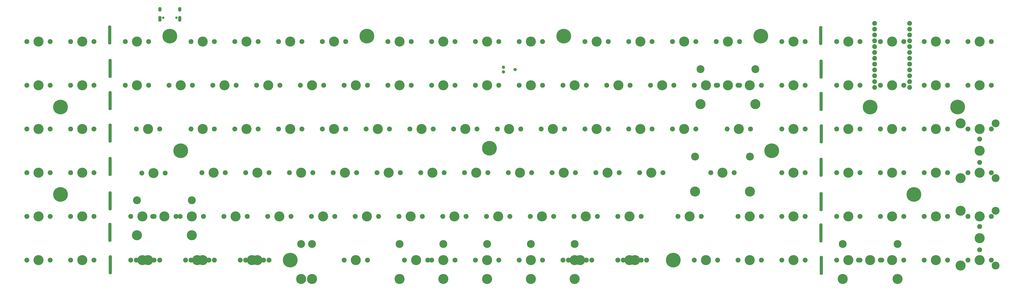
<source format=gts>
G04 #@! TF.GenerationSoftware,KiCad,Pcbnew,(5.0.0-rc2-dev-733-g23a9fcd91)*
G04 #@! TF.CreationDate,2018-06-11T13:16:23-04:00*
G04 #@! TF.ProjectId,100plus-2,313030706C75732D322E6B696361645F,rev?*
G04 #@! TF.SameCoordinates,Original*
G04 #@! TF.FileFunction,Soldermask,Top*
G04 #@! TF.FilePolarity,Negative*
%FSLAX45Y45*%
G04 Gerber Fmt 4.5, Leading zero omitted, Abs format (unit mm)*
G04 Created by KiCad (PCBNEW (5.0.0-rc2-dev-733-g23a9fcd91)) date 06/11/18 13:16:23*
%MOMM*%
%LPD*%
G01*
G04 APERTURE LIST*
%ADD10C,4.387800*%
%ADD11C,2.150000*%
%ADD12O,1.400000X8.400000*%
%ADD13C,3.448000*%
%ADD14O,1.400000X2.500000*%
%ADD15C,1.050000*%
%ADD16O,1.400000X2.000000*%
%ADD17C,1.388060*%
%ADD18C,1.385520*%
%ADD19C,1.400000*%
%ADD20C,6.400000*%
%ADD21C,2.082800*%
G04 APERTURE END LIST*
D10*
X15001875Y-16668750D03*
D11*
X14493875Y-16668750D03*
X15509875Y-16668750D03*
X26463625Y-9048750D03*
X25447625Y-9048750D03*
D10*
X25955625Y-9048750D03*
X10715625Y-9048750D03*
D11*
X10207625Y-9048750D03*
X11223625Y-9048750D03*
D12*
X9553000Y-18775000D03*
X9543000Y-14492000D03*
X9548000Y-13037000D03*
X9543000Y-15994000D03*
X9527000Y-8759000D03*
X9537000Y-17361000D03*
X9543000Y-11626000D03*
X9543000Y-10217000D03*
D10*
X39290625Y-10953750D03*
D11*
X38782625Y-10953750D03*
X39798625Y-10953750D03*
X30273625Y-10953750D03*
X29257625Y-10953750D03*
D10*
X29765625Y-10953750D03*
X25955625Y-10953750D03*
D11*
X25447625Y-10953750D03*
X26463625Y-10953750D03*
D10*
X11191875Y-12858750D03*
D11*
X10683875Y-12858750D03*
X11699875Y-12858750D03*
D10*
X8334375Y-14763750D03*
D11*
X7826375Y-14763750D03*
X8842375Y-14763750D03*
D12*
X40476000Y-8791000D03*
X40492000Y-10249000D03*
X40492000Y-11658000D03*
D10*
X11430000Y-14779625D03*
D11*
X10922000Y-14779625D03*
X11938000Y-14779625D03*
D10*
X37388800Y-15589250D03*
X35001200Y-15589250D03*
D13*
X37388800Y-14065250D03*
X35001200Y-14065250D03*
D11*
X36703000Y-14763750D03*
X35687000Y-14763750D03*
D10*
X36195000Y-14763750D03*
D12*
X40486000Y-17393000D03*
D14*
X11712375Y-8059875D03*
D15*
X11855375Y-8009875D03*
D14*
X12576375Y-8059875D03*
D16*
X11712375Y-7641875D03*
X12576375Y-7641875D03*
D15*
X12433375Y-8009875D03*
D11*
X6937375Y-9048750D03*
X5921375Y-9048750D03*
D10*
X6429375Y-9048750D03*
D11*
X8842375Y-9048750D03*
X7826375Y-9048750D03*
D10*
X8334375Y-9048750D03*
D11*
X14081125Y-9048750D03*
X13065125Y-9048750D03*
D10*
X13573125Y-9048750D03*
D11*
X15986125Y-9048750D03*
X14970125Y-9048750D03*
D10*
X15478125Y-9048750D03*
X17383125Y-9048750D03*
D11*
X16875125Y-9048750D03*
X17891125Y-9048750D03*
D10*
X19288125Y-9048750D03*
D11*
X18780125Y-9048750D03*
X19796125Y-9048750D03*
X22653625Y-9048750D03*
X21637625Y-9048750D03*
D10*
X22145625Y-9048750D03*
X24050625Y-9048750D03*
D11*
X23542625Y-9048750D03*
X24558625Y-9048750D03*
X28368625Y-9048750D03*
X27352625Y-9048750D03*
D10*
X27860625Y-9048750D03*
X30718125Y-9048750D03*
D11*
X30210125Y-9048750D03*
X31226125Y-9048750D03*
X33131125Y-9048750D03*
X32115125Y-9048750D03*
D10*
X32623125Y-9048750D03*
X34528125Y-9048750D03*
D11*
X34020125Y-9048750D03*
X35036125Y-9048750D03*
D10*
X36433125Y-9048750D03*
D11*
X35925125Y-9048750D03*
X36941125Y-9048750D03*
X39798625Y-9048750D03*
X38782625Y-9048750D03*
D10*
X39290625Y-9048750D03*
D11*
X42179875Y-9048750D03*
X41163875Y-9048750D03*
D10*
X41671875Y-9048750D03*
D11*
X44084875Y-9048750D03*
X43068875Y-9048750D03*
D10*
X43576875Y-9048750D03*
X45481875Y-9048750D03*
D11*
X44973875Y-9048750D03*
X45989875Y-9048750D03*
D10*
X47386875Y-9048750D03*
D11*
X46878875Y-9048750D03*
X47894875Y-9048750D03*
D10*
X6429375Y-10953750D03*
D11*
X5921375Y-10953750D03*
X6937375Y-10953750D03*
X8842375Y-10953750D03*
X7826375Y-10953750D03*
D10*
X8334375Y-10953750D03*
X10715625Y-10953750D03*
D11*
X10207625Y-10953750D03*
X11223625Y-10953750D03*
X13128625Y-10953750D03*
X12112625Y-10953750D03*
D10*
X12620625Y-10953750D03*
D11*
X15033625Y-10953750D03*
X14017625Y-10953750D03*
D10*
X14525625Y-10953750D03*
X16430625Y-10953750D03*
D11*
X15922625Y-10953750D03*
X16938625Y-10953750D03*
D10*
X18335625Y-10953750D03*
D11*
X17827625Y-10953750D03*
X18843625Y-10953750D03*
X20748625Y-10953750D03*
X19732625Y-10953750D03*
D10*
X20240625Y-10953750D03*
X22145625Y-10953750D03*
D11*
X21637625Y-10953750D03*
X22653625Y-10953750D03*
X24558625Y-10953750D03*
X23542625Y-10953750D03*
D10*
X24050625Y-10953750D03*
X27860625Y-10953750D03*
D11*
X27352625Y-10953750D03*
X28368625Y-10953750D03*
D10*
X31670625Y-10953750D03*
D11*
X31162625Y-10953750D03*
X32178625Y-10953750D03*
X34083625Y-10953750D03*
X33067625Y-10953750D03*
D10*
X33575625Y-10953750D03*
D11*
X35988625Y-10953750D03*
X34972625Y-10953750D03*
D10*
X35480625Y-10953750D03*
D11*
X37893625Y-10953750D03*
X36877625Y-10953750D03*
D10*
X37385625Y-10953750D03*
X41671875Y-10953750D03*
D11*
X41163875Y-10953750D03*
X42179875Y-10953750D03*
X44084875Y-10953750D03*
X43068875Y-10953750D03*
D10*
X43576875Y-10953750D03*
D11*
X45989875Y-10953750D03*
X44973875Y-10953750D03*
D10*
X45481875Y-10953750D03*
D11*
X47894875Y-10953750D03*
X46878875Y-10953750D03*
D10*
X47386875Y-10953750D03*
X6429375Y-12858750D03*
D11*
X5921375Y-12858750D03*
X6937375Y-12858750D03*
X8842375Y-12858750D03*
X7826375Y-12858750D03*
D10*
X8334375Y-12858750D03*
D11*
X14081125Y-12858750D03*
X13065125Y-12858750D03*
D10*
X13573125Y-12858750D03*
D11*
X15986125Y-12858750D03*
X14970125Y-12858750D03*
D10*
X15478125Y-12858750D03*
X17383125Y-12858750D03*
D11*
X16875125Y-12858750D03*
X17891125Y-12858750D03*
D10*
X19288125Y-12858750D03*
D11*
X18780125Y-12858750D03*
X19796125Y-12858750D03*
X21701125Y-12858750D03*
X20685125Y-12858750D03*
D10*
X21193125Y-12858750D03*
D11*
X23606125Y-12858750D03*
X22590125Y-12858750D03*
D10*
X23098125Y-12858750D03*
D11*
X25511125Y-12858750D03*
X24495125Y-12858750D03*
D10*
X25003125Y-12858750D03*
X26908125Y-12858750D03*
D11*
X26400125Y-12858750D03*
X27416125Y-12858750D03*
D10*
X28813125Y-12858750D03*
D11*
X28305125Y-12858750D03*
X29321125Y-12858750D03*
X31226125Y-12858750D03*
X30210125Y-12858750D03*
D10*
X30718125Y-12858750D03*
D11*
X33131125Y-12858750D03*
X32115125Y-12858750D03*
D10*
X32623125Y-12858750D03*
X34528125Y-12858750D03*
D11*
X34020125Y-12858750D03*
X35036125Y-12858750D03*
D10*
X36909375Y-12858750D03*
D11*
X36401375Y-12858750D03*
X37417375Y-12858750D03*
D10*
X39290625Y-12858750D03*
D11*
X38782625Y-12858750D03*
X39798625Y-12858750D03*
X42179875Y-12858750D03*
X41163875Y-12858750D03*
D10*
X41671875Y-12858750D03*
D11*
X44084875Y-12858750D03*
X43068875Y-12858750D03*
D10*
X43576875Y-12858750D03*
X45481875Y-12858750D03*
D11*
X44973875Y-12858750D03*
X45989875Y-12858750D03*
X47894875Y-12858750D03*
X46878875Y-12858750D03*
D10*
X47386875Y-12858750D03*
X46561375Y-12617450D03*
X46561375Y-15005050D03*
D13*
X48085375Y-12617450D03*
X48085375Y-15005050D03*
D11*
X47386875Y-13303250D03*
X47386875Y-14319250D03*
D10*
X47386875Y-13811250D03*
D11*
X6937375Y-14763750D03*
X5921375Y-14763750D03*
D10*
X6429375Y-14763750D03*
X14049375Y-14763750D03*
D11*
X13541375Y-14763750D03*
X14557375Y-14763750D03*
X16462375Y-14763750D03*
X15446375Y-14763750D03*
D10*
X15954375Y-14763750D03*
D11*
X18367375Y-14763750D03*
X17351375Y-14763750D03*
D10*
X17859375Y-14763750D03*
X19764375Y-14763750D03*
D11*
X19256375Y-14763750D03*
X20272375Y-14763750D03*
X22177375Y-14763750D03*
X21161375Y-14763750D03*
D10*
X21669375Y-14763750D03*
D11*
X24082375Y-14763750D03*
X23066375Y-14763750D03*
D10*
X23574375Y-14763750D03*
D11*
X25987375Y-14763750D03*
X24971375Y-14763750D03*
D10*
X25479375Y-14763750D03*
X27384375Y-14763750D03*
D11*
X26876375Y-14763750D03*
X27892375Y-14763750D03*
D10*
X29289375Y-14763750D03*
D11*
X28781375Y-14763750D03*
X29797375Y-14763750D03*
X31702375Y-14763750D03*
X30686375Y-14763750D03*
D10*
X31194375Y-14763750D03*
X33099375Y-14763750D03*
D11*
X32591375Y-14763750D03*
X33607375Y-14763750D03*
X39798625Y-14763750D03*
X38782625Y-14763750D03*
D10*
X39290625Y-14763750D03*
X41671875Y-14763750D03*
D11*
X41163875Y-14763750D03*
X42179875Y-14763750D03*
X44084875Y-14763750D03*
X43068875Y-14763750D03*
D10*
X43576875Y-14763750D03*
X45481875Y-14763750D03*
D11*
X44973875Y-14763750D03*
X45989875Y-14763750D03*
X47894875Y-14763750D03*
X46878875Y-14763750D03*
D10*
X47386875Y-14763750D03*
X6429375Y-16668750D03*
D11*
X5921375Y-16668750D03*
X6937375Y-16668750D03*
X8842375Y-16668750D03*
X7826375Y-16668750D03*
D10*
X8334375Y-16668750D03*
X10953750Y-16668750D03*
D11*
X10445750Y-16668750D03*
X11461750Y-16668750D03*
D10*
X11906250Y-16668750D03*
D11*
X11398250Y-16668750D03*
X12414250Y-16668750D03*
D13*
X10712450Y-15970250D03*
X13100050Y-15970250D03*
D10*
X10712450Y-17494250D03*
X13100050Y-17494250D03*
X16906875Y-16668750D03*
D11*
X16398875Y-16668750D03*
X17414875Y-16668750D03*
X19319875Y-16668750D03*
X18303875Y-16668750D03*
D10*
X18811875Y-16668750D03*
X20716875Y-16668750D03*
D11*
X20208875Y-16668750D03*
X21224875Y-16668750D03*
X23129875Y-16668750D03*
X22113875Y-16668750D03*
D10*
X22621875Y-16668750D03*
X24526875Y-16668750D03*
D11*
X24018875Y-16668750D03*
X25034875Y-16668750D03*
X26939875Y-16668750D03*
X25923875Y-16668750D03*
D10*
X26431875Y-16668750D03*
X28336875Y-16668750D03*
D11*
X27828875Y-16668750D03*
X28844875Y-16668750D03*
X30749875Y-16668750D03*
X29733875Y-16668750D03*
D10*
X30241875Y-16668750D03*
D11*
X32654875Y-16668750D03*
X31638875Y-16668750D03*
D10*
X32146875Y-16668750D03*
X34766250Y-16668750D03*
D11*
X34258250Y-16668750D03*
X35274250Y-16668750D03*
D10*
X37385625Y-16668750D03*
D11*
X36877625Y-16668750D03*
X37893625Y-16668750D03*
X39798625Y-16668750D03*
X38782625Y-16668750D03*
D10*
X39290625Y-16668750D03*
X41671875Y-16668750D03*
D11*
X41163875Y-16668750D03*
X42179875Y-16668750D03*
X44084875Y-16668750D03*
X43068875Y-16668750D03*
D10*
X43576875Y-16668750D03*
X45481875Y-16668750D03*
D11*
X44973875Y-16668750D03*
X45989875Y-16668750D03*
D10*
X47386875Y-16668750D03*
D11*
X46878875Y-16668750D03*
X47894875Y-16668750D03*
D10*
X13096875Y-16668750D03*
D11*
X12588875Y-16668750D03*
X13604875Y-16668750D03*
D10*
X47386875Y-17621250D03*
D11*
X47386875Y-18129250D03*
X47386875Y-17113250D03*
D13*
X48085375Y-18815050D03*
X48085375Y-16427450D03*
D10*
X46561375Y-18815050D03*
X46561375Y-16427450D03*
X24050625Y-18573750D03*
D11*
X23542625Y-18573750D03*
X24558625Y-18573750D03*
D13*
X18335625Y-17875250D03*
X29765625Y-17875250D03*
D10*
X18335625Y-19399250D03*
X29765625Y-19399250D03*
D11*
X6937375Y-18573750D03*
X5921375Y-18573750D03*
D10*
X6429375Y-18573750D03*
D11*
X8842375Y-18573750D03*
X7826375Y-18573750D03*
D10*
X8334375Y-18573750D03*
X11191875Y-18573750D03*
D11*
X10683875Y-18573750D03*
X11699875Y-18573750D03*
X16462375Y-18573750D03*
X15446375Y-18573750D03*
D10*
X15954375Y-18573750D03*
X20240625Y-18573750D03*
D11*
X19732625Y-18573750D03*
X20748625Y-18573750D03*
D13*
X18335625Y-17875250D03*
X22145625Y-17875250D03*
D10*
X18335625Y-19399250D03*
X22145625Y-19399250D03*
X25955625Y-18573750D03*
D11*
X25447625Y-18573750D03*
X26463625Y-18573750D03*
D13*
X24050625Y-17875250D03*
X27860625Y-17875250D03*
D10*
X24050625Y-19399250D03*
X27860625Y-19399250D03*
X29765625Y-18573750D03*
D11*
X29257625Y-18573750D03*
X30273625Y-18573750D03*
D10*
X32146875Y-18573750D03*
D11*
X31638875Y-18573750D03*
X32654875Y-18573750D03*
D10*
X35480625Y-18573750D03*
D11*
X34972625Y-18573750D03*
X35988625Y-18573750D03*
D10*
X37385625Y-18573750D03*
D11*
X36877625Y-18573750D03*
X37893625Y-18573750D03*
D10*
X39290625Y-18573750D03*
D11*
X38782625Y-18573750D03*
X39798625Y-18573750D03*
D10*
X41671875Y-18573750D03*
D11*
X41163875Y-18573750D03*
X42179875Y-18573750D03*
D10*
X43576875Y-18573750D03*
D11*
X43068875Y-18573750D03*
X44084875Y-18573750D03*
X45989875Y-18573750D03*
X44973875Y-18573750D03*
D10*
X45481875Y-18573750D03*
X47386875Y-18573750D03*
D11*
X46878875Y-18573750D03*
X47894875Y-18573750D03*
D13*
X27860625Y-17875250D03*
D10*
X27860625Y-19399250D03*
X29765625Y-19399250D03*
X25955625Y-19399250D03*
D13*
X29765625Y-17875250D03*
X25955625Y-17875250D03*
D11*
X28368625Y-18573750D03*
X27352625Y-18573750D03*
D10*
X27860625Y-18573750D03*
X42624375Y-18573750D03*
D11*
X42116375Y-18573750D03*
X43132375Y-18573750D03*
D13*
X41430575Y-17875250D03*
X43818175Y-17875250D03*
D10*
X41430575Y-19399250D03*
X43818175Y-19399250D03*
D17*
X27170000Y-10265500D03*
D18*
X26662000Y-10163900D03*
X26662000Y-10367100D03*
D10*
X36433125Y-10953750D03*
D11*
X35925125Y-10953750D03*
X36941125Y-10953750D03*
D13*
X35239325Y-10255250D03*
X37626925Y-10255250D03*
D10*
X35239325Y-11779250D03*
X37626925Y-11779250D03*
D12*
X40492000Y-14524000D03*
X40502000Y-18807000D03*
X40492000Y-16026000D03*
X40497000Y-13069000D03*
D10*
X13573125Y-18573750D03*
D11*
X13065125Y-18573750D03*
X14081125Y-18573750D03*
D19*
X12019375Y-8985625D03*
X12269375Y-8985625D03*
X12144375Y-8985625D03*
X12019375Y-8635625D03*
X12269375Y-8635625D03*
X12144375Y-8635625D03*
D20*
X12144375Y-8810625D03*
D19*
X20591875Y-8985625D03*
X20841875Y-8985625D03*
X20716875Y-8985625D03*
X20591875Y-8635625D03*
X20841875Y-8635625D03*
X20716875Y-8635625D03*
D20*
X20716875Y-8810625D03*
D19*
X29164375Y-8985625D03*
X29414375Y-8985625D03*
X29289375Y-8985625D03*
X29164375Y-8635625D03*
X29414375Y-8635625D03*
X29289375Y-8635625D03*
D20*
X29289375Y-8810625D03*
D19*
X37736875Y-8985625D03*
X37986875Y-8985625D03*
X37861875Y-8985625D03*
X37736875Y-8635625D03*
X37986875Y-8635625D03*
X37861875Y-8635625D03*
D20*
X37861875Y-8810625D03*
D19*
X33926875Y-18748750D03*
X34176875Y-18748750D03*
X34051875Y-18748750D03*
X33926875Y-18398750D03*
X34176875Y-18398750D03*
X34051875Y-18398750D03*
D20*
X34051875Y-18573750D03*
D19*
X17258125Y-18748750D03*
X17508125Y-18748750D03*
X17383125Y-18748750D03*
X17258125Y-18398750D03*
X17508125Y-18398750D03*
X17383125Y-18398750D03*
D20*
X17383125Y-18573750D03*
D19*
X7256875Y-15891250D03*
X7506875Y-15891250D03*
X7381875Y-15891250D03*
X7256875Y-15541250D03*
X7506875Y-15541250D03*
X7381875Y-15541250D03*
D20*
X7381875Y-15716250D03*
D19*
X7256875Y-12081250D03*
X7506875Y-12081250D03*
X7381875Y-12081250D03*
X7256875Y-11731250D03*
X7506875Y-11731250D03*
X7381875Y-11731250D03*
D20*
X7381875Y-11906250D03*
D19*
X42499375Y-12081250D03*
X42749375Y-12081250D03*
X42624375Y-12081250D03*
X42499375Y-11731250D03*
X42749375Y-11731250D03*
X42624375Y-11731250D03*
D20*
X42624375Y-11906250D03*
D19*
X46309375Y-12081250D03*
X46559375Y-12081250D03*
X46434375Y-12081250D03*
X46309375Y-11731250D03*
X46559375Y-11731250D03*
X46434375Y-11731250D03*
D20*
X46434375Y-11906250D03*
D19*
X44404375Y-15891250D03*
X44654375Y-15891250D03*
X44529375Y-15891250D03*
X44404375Y-15541250D03*
X44654375Y-15541250D03*
X44529375Y-15541250D03*
D20*
X44529375Y-15716250D03*
D19*
X25932000Y-13869000D03*
X26182000Y-13869000D03*
X26057000Y-13869000D03*
X25932000Y-13519000D03*
X26182000Y-13519000D03*
X26057000Y-13519000D03*
D20*
X26057000Y-13694000D03*
D19*
X38213125Y-13986250D03*
X38463125Y-13986250D03*
X38338125Y-13986250D03*
X38213125Y-13636250D03*
X38463125Y-13636250D03*
X38338125Y-13636250D03*
D20*
X38338125Y-13811250D03*
D19*
X12495625Y-13986250D03*
X12745625Y-13986250D03*
X12620625Y-13986250D03*
X12495625Y-13636250D03*
X12745625Y-13636250D03*
X12620625Y-13636250D03*
D20*
X12620625Y-13811250D03*
D21*
X44338875Y-8255000D03*
X44338875Y-8509000D03*
X44338875Y-8763000D03*
X44338875Y-9017000D03*
X44338875Y-9271000D03*
X44338875Y-9525000D03*
X44338875Y-9779000D03*
X44338875Y-10033000D03*
X44338875Y-10287000D03*
X44338875Y-10541000D03*
X44338875Y-10795000D03*
X44338875Y-11049000D03*
X42814875Y-11049000D03*
X42814875Y-10795000D03*
X42814875Y-10541000D03*
X42814875Y-10287000D03*
X42814875Y-10033000D03*
X42814875Y-9779000D03*
X42814875Y-9525000D03*
X42814875Y-9271000D03*
X42814875Y-9017000D03*
X42814875Y-8763000D03*
X42814875Y-8509000D03*
X42814875Y-8255000D03*
D11*
X11461796Y-18573828D03*
X10445796Y-18573828D03*
D10*
X10953796Y-18573828D03*
X13335056Y-18573828D03*
D11*
X12827056Y-18573828D03*
X13843056Y-18573828D03*
D10*
X15716316Y-18573828D03*
D11*
X15208316Y-18573828D03*
X16224316Y-18573828D03*
D10*
X22860096Y-18573828D03*
D11*
X22352096Y-18573828D03*
X23368096Y-18573828D03*
D13*
X17860106Y-17875328D03*
X27860086Y-17875328D03*
D10*
X17860106Y-19399328D03*
X27860086Y-19399328D03*
D11*
X30511876Y-18573828D03*
X29495876Y-18573828D03*
D10*
X30003876Y-18573828D03*
X32385136Y-18573828D03*
D11*
X31877136Y-18573828D03*
X32893136Y-18573828D03*
M02*

</source>
